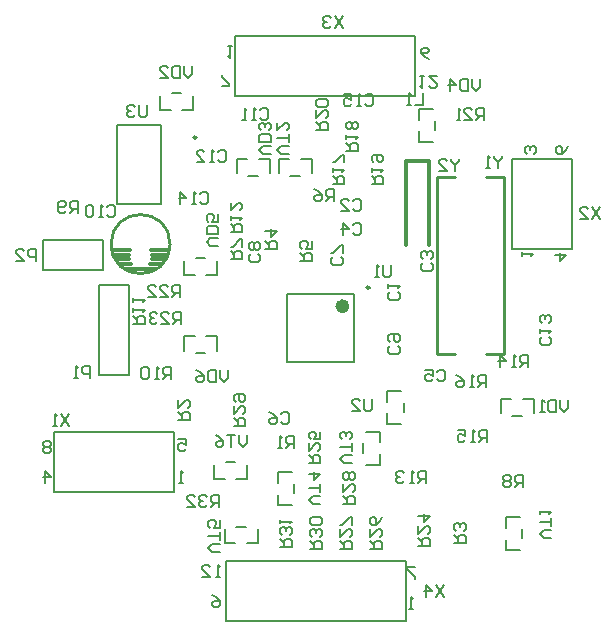
<source format=gbo>
%FSLAX42Y42*%
%MOMM*%
G71*
G01*
G75*
G04 Layer_Color=32896*
%ADD10C,0.25*%
%ADD11C,0.30*%
%ADD12C,0.40*%
%ADD13C,0.50*%
%ADD14C,0.70*%
%ADD15O,0.40X1.00*%
%ADD16O,1.90X1.50*%
%ADD17R,1.90X1.50*%
%ADD18C,1.90*%
%ADD19O,1.50X1.90*%
%ADD20R,1.50X1.90*%
%ADD21C,1.50*%
%ADD22R,1.50X1.50*%
%ADD23R,1.90X1.90*%
%ADD24R,1.90X1.90*%
%ADD25C,4.50*%
%ADD26C,0.90*%
%ADD27R,2.00X5.50*%
%ADD28R,0.60X0.75*%
%ADD29R,0.75X0.60*%
%ADD30R,1.75X1.05*%
%ADD31R,1.75X1.05*%
%ADD32R,1.75X3.40*%
%ADD33O,0.25X1.55*%
%ADD34O,1.55X0.25*%
%ADD35R,1.10X1.00*%
%ADD36R,1.00X1.10*%
%ADD37R,1.50X1.30*%
%ADD38C,1.00*%
%ADD39C,1.30*%
%ADD40C,1.00*%
%ADD41O,0.60X1.20*%
%ADD42O,2.10X1.70*%
%ADD43R,2.10X1.70*%
%ADD44C,2.10*%
%ADD45O,1.70X2.10*%
%ADD46R,1.70X2.10*%
%ADD47C,1.70*%
%ADD48R,1.70X1.70*%
%ADD49R,2.10X2.10*%
%ADD50R,2.10X2.10*%
%ADD51C,4.70*%
%ADD52C,1.10*%
%ADD53R,2.20X5.70*%
%ADD54R,0.80X0.95*%
%ADD55R,0.95X0.80*%
%ADD56R,1.95X1.25*%
%ADD57R,1.95X1.25*%
%ADD58R,1.95X3.60*%
%ADD59O,0.45X1.75*%
%ADD60O,1.75X0.45*%
%ADD61R,1.30X1.20*%
%ADD62R,1.20X1.30*%
%ADD63R,1.70X1.50*%
%ADD64C,3.00*%
%ADD65C,0.25*%
%ADD66C,0.60*%
%ADD67C,0.20*%
D10*
X-1274Y711D02*
G03*
X-1274Y711I-250J0D01*
G01*
X990Y1283D02*
X1140D01*
X990Y-217D02*
Y1283D01*
Y-217D02*
X1140D01*
X1400Y1283D02*
X1550D01*
Y-217D02*
Y1283D01*
X1400Y-217D02*
X1550D01*
D11*
X915Y704D02*
Y1414D01*
X726D02*
X915D01*
X726Y704D02*
Y1414D01*
X-1764Y661D02*
X-1614D01*
X-1434D02*
X-1284D01*
X-1424Y621D02*
X-1304D01*
X-1424Y581D02*
X-1324D01*
X-1444Y541D02*
X-1354D01*
X-1754Y621D02*
X-1624D01*
X-1734Y581D02*
X-1624D01*
X-1704Y541D02*
X-1604D01*
X-1654Y501D02*
X-1394D01*
D65*
X-1052Y1614D02*
G03*
X-1052Y1614I-12J0D01*
G01*
X415Y342D02*
G03*
X415Y342I-12J0D01*
G01*
D66*
X215Y185D02*
G03*
X215Y185I-30J0D01*
G01*
D67*
X-797Y-2477D02*
Y-1969D01*
Y-2477D02*
X727D01*
Y-1969D01*
X-797D02*
X727D01*
X797Y1969D02*
Y2477D01*
X-727D02*
X797D01*
X-727Y1969D02*
Y2477D01*
Y1969D02*
X797D01*
X-622Y-1277D02*
Y-1156D01*
X-902Y-1277D02*
Y-1156D01*
Y-1277D02*
X-812D01*
X-712D02*
X-622D01*
X-802Y-1136D02*
X-722D01*
X-533Y-1823D02*
Y-1703D01*
X-813Y-1823D02*
Y-1703D01*
Y-1823D02*
X-723D01*
X-623D02*
X-533D01*
X-713Y-1683D02*
X-633D01*
X-362Y-1499D02*
X-242D01*
X-362Y-1219D02*
X-242D01*
X-362Y-1309D02*
Y-1219D01*
Y-1499D02*
Y-1409D01*
X-222Y-1399D02*
Y-1319D01*
X382Y-876D02*
X502D01*
X382Y-1156D02*
X502D01*
Y-1066D01*
Y-966D02*
Y-876D01*
X362Y-1056D02*
Y-976D01*
X-356Y1309D02*
Y1429D01*
X-76Y1309D02*
Y1429D01*
X-166D02*
X-76D01*
X-356D02*
X-266D01*
X-256Y1289D02*
X-176D01*
X1568Y-1880D02*
X1688D01*
X1568Y-1600D02*
X1688D01*
X1568Y-1690D02*
Y-1600D01*
Y-1880D02*
Y-1790D01*
X1708Y-1780D02*
Y-1700D01*
X-1056Y-210D02*
X-976D01*
X-1156Y-70D02*
X-1066D01*
X-966D02*
X-876D01*
Y-190D02*
Y-70D01*
X-1156Y-190D02*
Y-70D01*
X-1056Y591D02*
X-976D01*
X-966Y451D02*
X-876D01*
X-1156D02*
X-1066D01*
X-1156D02*
Y571D01*
X-876Y451D02*
Y571D01*
X972Y1675D02*
Y1755D01*
X832Y1574D02*
Y1665D01*
Y1765D02*
Y1855D01*
X952D01*
X832Y1574D02*
X952D01*
X-611Y1289D02*
X-532D01*
X-711Y1429D02*
X-622D01*
X-522D02*
X-432D01*
Y1309D02*
Y1429D01*
X-711Y1309D02*
Y1429D01*
X-1079Y1848D02*
Y1968D01*
X-1359Y1848D02*
Y1968D01*
Y1848D02*
X-1269D01*
X-1169D02*
X-1079D01*
X-1259Y1988D02*
X-1179D01*
X1524Y-723D02*
Y-603D01*
X1804Y-723D02*
Y-603D01*
X1714D02*
X1804D01*
X1524D02*
X1614D01*
X1624Y-743D02*
X1704D01*
X-1722Y1049D02*
Y1719D01*
Y1049D02*
X-1352D01*
Y1719D01*
X-1722D02*
X-1352D01*
X565Y-813D02*
X685D01*
X565Y-533D02*
X685D01*
X565Y-623D02*
Y-533D01*
Y-813D02*
Y-723D01*
X705Y-713D02*
Y-633D01*
X-285Y-285D02*
X285D01*
X-285Y285D02*
X285D01*
X-285Y-285D02*
Y285D01*
X285Y-285D02*
Y285D01*
X-2350Y749D02*
X-1842D01*
Y495D02*
Y749D01*
X-2350Y495D02*
X-1842D01*
X-2350D02*
Y749D01*
X-1880Y-394D02*
X-1626D01*
Y368D01*
X-1880D02*
X-1626D01*
X-1880Y-394D02*
Y368D01*
X-2261Y-1384D02*
X-1245D01*
Y-876D01*
X-2261D02*
X-1245D01*
X-2261Y-1384D02*
Y-876D01*
X1623Y673D02*
Y1435D01*
Y673D02*
X2131D01*
Y1435D01*
X1623D02*
X2131D01*
X1168Y1433D02*
Y1417D01*
X1135Y1383D01*
X1102Y1417D01*
Y1433D01*
X1135Y1383D02*
Y1334D01*
X1002D02*
X1068D01*
X1002Y1400D01*
Y1417D01*
X1018Y1433D01*
X1052D01*
X1068Y1417D01*
X1537Y1459D02*
Y1442D01*
X1503Y1409D01*
X1470Y1442D01*
Y1459D01*
X1503Y1409D02*
Y1359D01*
X1437D02*
X1403D01*
X1420D01*
Y1459D01*
X1437Y1442D01*
X1041Y-2173D02*
X975Y-2273D01*
Y-2173D02*
X1041Y-2273D01*
X891D02*
Y-2173D01*
X941Y-2223D01*
X875D01*
X190Y2640D02*
X124Y2540D01*
Y2640D02*
X190Y2540D01*
X91Y2623D02*
X74Y2640D01*
X41D01*
X24Y2623D01*
Y2607D01*
X41Y2590D01*
X57D01*
X41D01*
X24Y2573D01*
Y2557D01*
X41Y2540D01*
X74D01*
X91Y2557D01*
X-622Y-903D02*
Y-970D01*
X-656Y-1003D01*
X-689Y-970D01*
Y-903D01*
X-722D02*
X-789D01*
X-756D01*
Y-1003D01*
X-889Y-903D02*
X-856Y-920D01*
X-822Y-953D01*
Y-987D01*
X-839Y-1003D01*
X-872D01*
X-889Y-987D01*
Y-970D01*
X-872Y-953D01*
X-822D01*
X-853Y-1892D02*
X-919D01*
X-952Y-1859D01*
X-919Y-1826D01*
X-853D01*
Y-1792D02*
Y-1726D01*
Y-1759D01*
X-952D01*
X-853Y-1626D02*
Y-1692D01*
X-903D01*
X-886Y-1659D01*
Y-1642D01*
X-903Y-1626D01*
X-936D01*
X-952Y-1642D01*
Y-1676D01*
X-936Y-1692D01*
X-2Y-1486D02*
X-68D01*
X-102Y-1453D01*
X-68Y-1419D01*
X-2D01*
Y-1386D02*
Y-1319D01*
Y-1353D01*
X-102D01*
Y-1236D02*
X-2D01*
X-52Y-1286D01*
Y-1219D01*
X265Y-1143D02*
X198D01*
X165Y-1110D01*
X198Y-1076D01*
X265D01*
Y-1043D02*
Y-976D01*
Y-1010D01*
X165D01*
X248Y-943D02*
X265Y-926D01*
Y-893D01*
X248Y-876D01*
X232D01*
X215Y-893D01*
Y-910D01*
Y-893D01*
X198Y-876D01*
X182D01*
X165Y-893D01*
Y-926D01*
X182Y-943D01*
X-268Y1473D02*
X-335D01*
X-368Y1507D01*
X-335Y1540D01*
X-268D01*
Y1573D02*
Y1640D01*
Y1606D01*
X-368D01*
Y1740D02*
Y1673D01*
X-302Y1740D01*
X-285D01*
X-268Y1723D01*
Y1690D01*
X-285Y1673D01*
X1954Y-1778D02*
X1888D01*
X1854Y-1745D01*
X1888Y-1711D01*
X1954D01*
Y-1678D02*
Y-1611D01*
Y-1645D01*
X1854D01*
Y-1578D02*
Y-1545D01*
Y-1561D01*
X1954D01*
X1938Y-1578D01*
X-787Y-357D02*
Y-424D01*
X-821Y-457D01*
X-854Y-424D01*
Y-357D01*
X-887D02*
Y-457D01*
X-937D01*
X-954Y-441D01*
Y-374D01*
X-937Y-357D01*
X-887D01*
X-1054D02*
X-1021Y-374D01*
X-987Y-407D01*
Y-441D01*
X-1004Y-457D01*
X-1037D01*
X-1054Y-441D01*
Y-424D01*
X-1037Y-407D01*
X-987D01*
X-865Y699D02*
X-932D01*
X-965Y732D01*
X-932Y765D01*
X-865D01*
Y798D02*
X-965D01*
Y848D01*
X-949Y865D01*
X-882D01*
X-865Y848D01*
Y798D01*
Y965D02*
Y898D01*
X-915D01*
X-899Y932D01*
Y948D01*
X-915Y965D01*
X-949D01*
X-965Y948D01*
Y915D01*
X-949Y898D01*
X1346Y2107D02*
Y2040D01*
X1313Y2007D01*
X1280Y2040D01*
Y2107D01*
X1246D02*
Y2007D01*
X1196D01*
X1180Y2023D01*
Y2090D01*
X1196Y2107D01*
X1246D01*
X1096Y2007D02*
Y2107D01*
X1146Y2057D01*
X1080D01*
X-421Y1473D02*
X-487D01*
X-521Y1507D01*
X-487Y1540D01*
X-421D01*
Y1573D02*
X-521D01*
Y1623D01*
X-504Y1640D01*
X-437D01*
X-421Y1623D01*
Y1573D01*
X-437Y1673D02*
X-421Y1690D01*
Y1723D01*
X-437Y1740D01*
X-454D01*
X-471Y1723D01*
Y1706D01*
Y1723D01*
X-487Y1740D01*
X-504D01*
X-521Y1723D01*
Y1690D01*
X-504Y1673D01*
X-1092Y2221D02*
Y2154D01*
X-1126Y2121D01*
X-1159Y2154D01*
Y2221D01*
X-1192D02*
Y2121D01*
X-1242D01*
X-1259Y2138D01*
Y2204D01*
X-1242Y2221D01*
X-1192D01*
X-1359Y2121D02*
X-1292D01*
X-1359Y2188D01*
Y2204D01*
X-1342Y2221D01*
X-1309D01*
X-1292Y2204D01*
X2095Y-611D02*
Y-678D01*
X2062Y-711D01*
X2029Y-678D01*
Y-611D01*
X1996D02*
Y-711D01*
X1946D01*
X1929Y-695D01*
Y-628D01*
X1946Y-611D01*
X1996D01*
X1896Y-711D02*
X1862D01*
X1879D01*
Y-611D01*
X1896Y-628D01*
X-1473Y1891D02*
Y1807D01*
X-1490Y1791D01*
X-1523D01*
X-1540Y1807D01*
Y1891D01*
X-1573Y1874D02*
X-1590Y1891D01*
X-1623D01*
X-1640Y1874D01*
Y1857D01*
X-1623Y1841D01*
X-1606D01*
X-1623D01*
X-1640Y1824D01*
Y1807D01*
X-1623Y1791D01*
X-1590D01*
X-1573Y1807D01*
X432Y-599D02*
Y-682D01*
X415Y-699D01*
X382D01*
X365Y-682D01*
Y-599D01*
X265Y-699D02*
X332D01*
X265Y-632D01*
Y-615D01*
X282Y-599D01*
X315D01*
X332Y-615D01*
X597Y532D02*
Y448D01*
X580Y432D01*
X547D01*
X530Y448D01*
Y532D01*
X497Y432D02*
X464D01*
X480D01*
Y532D01*
X497Y515D01*
X-864Y-1511D02*
Y-1411D01*
X-914D01*
X-930Y-1428D01*
Y-1461D01*
X-914Y-1478D01*
X-864D01*
X-897D02*
X-930Y-1511D01*
X-964Y-1428D02*
X-980Y-1411D01*
X-1014D01*
X-1030Y-1428D01*
Y-1445D01*
X-1014Y-1461D01*
X-997D01*
X-1014D01*
X-1030Y-1478D01*
Y-1495D01*
X-1014Y-1511D01*
X-980D01*
X-964Y-1495D01*
X-1130Y-1511D02*
X-1064D01*
X-1130Y-1445D01*
Y-1428D01*
X-1114Y-1411D01*
X-1080D01*
X-1064Y-1428D01*
X-343Y-1854D02*
X-243D01*
Y-1804D01*
X-260Y-1788D01*
X-293D01*
X-310Y-1804D01*
Y-1854D01*
Y-1821D02*
X-343Y-1788D01*
X-260Y-1754D02*
X-243Y-1738D01*
Y-1704D01*
X-260Y-1688D01*
X-276D01*
X-293Y-1704D01*
Y-1721D01*
Y-1704D01*
X-310Y-1688D01*
X-326D01*
X-343Y-1704D01*
Y-1738D01*
X-326Y-1754D01*
X-343Y-1654D02*
Y-1621D01*
Y-1638D01*
X-243D01*
X-260Y-1654D01*
X-89Y-1867D02*
X11D01*
Y-1817D01*
X-6Y-1800D01*
X-39D01*
X-56Y-1817D01*
Y-1867D01*
Y-1834D02*
X-89Y-1800D01*
X-6Y-1767D02*
X11Y-1750D01*
Y-1717D01*
X-6Y-1700D01*
X-22D01*
X-39Y-1717D01*
Y-1734D01*
Y-1717D01*
X-56Y-1700D01*
X-72D01*
X-89Y-1717D01*
Y-1750D01*
X-72Y-1767D01*
X-6Y-1667D02*
X11Y-1650D01*
Y-1617D01*
X-6Y-1600D01*
X-72D01*
X-89Y-1617D01*
Y-1650D01*
X-72Y-1667D01*
X-6D01*
X-737Y-826D02*
X-637D01*
Y-776D01*
X-653Y-759D01*
X-687D01*
X-703Y-776D01*
Y-826D01*
Y-792D02*
X-737Y-759D01*
Y-659D02*
Y-726D01*
X-670Y-659D01*
X-653D01*
X-637Y-676D01*
Y-709D01*
X-653Y-726D01*
X-720Y-626D02*
X-737Y-609D01*
Y-576D01*
X-720Y-559D01*
X-653D01*
X-637Y-576D01*
Y-609D01*
X-653Y-626D01*
X-670D01*
X-687Y-609D01*
Y-559D01*
X190Y-1486D02*
X290D01*
Y-1436D01*
X274Y-1419D01*
X240D01*
X224Y-1436D01*
Y-1486D01*
Y-1453D02*
X190Y-1419D01*
Y-1319D02*
Y-1386D01*
X257Y-1319D01*
X274D01*
X290Y-1336D01*
Y-1369D01*
X274Y-1386D01*
Y-1286D02*
X290Y-1269D01*
Y-1236D01*
X274Y-1219D01*
X257D01*
X240Y-1236D01*
X224Y-1219D01*
X207D01*
X190Y-1236D01*
Y-1269D01*
X207Y-1286D01*
X224D01*
X240Y-1269D01*
X257Y-1286D01*
X274D01*
X240Y-1269D02*
Y-1236D01*
X165Y-1867D02*
X265D01*
Y-1817D01*
X248Y-1800D01*
X215D01*
X198Y-1817D01*
Y-1867D01*
Y-1834D02*
X165Y-1800D01*
Y-1700D02*
Y-1767D01*
X232Y-1700D01*
X248D01*
X265Y-1717D01*
Y-1750D01*
X248Y-1767D01*
X265Y-1667D02*
Y-1600D01*
X248D01*
X182Y-1667D01*
X165D01*
X419Y-1867D02*
X519D01*
Y-1817D01*
X502Y-1800D01*
X469D01*
X452Y-1817D01*
Y-1867D01*
Y-1834D02*
X419Y-1800D01*
Y-1700D02*
Y-1767D01*
X486Y-1700D01*
X502D01*
X519Y-1717D01*
Y-1750D01*
X502Y-1767D01*
X519Y-1600D02*
X502Y-1634D01*
X469Y-1667D01*
X436D01*
X419Y-1650D01*
Y-1617D01*
X436Y-1600D01*
X452D01*
X469Y-1617D01*
Y-1667D01*
X-102Y-1143D02*
X-2D01*
Y-1093D01*
X-18Y-1076D01*
X-52D01*
X-68Y-1093D01*
Y-1143D01*
Y-1110D02*
X-102Y-1076D01*
Y-976D02*
Y-1043D01*
X-35Y-976D01*
X-18D01*
X-2Y-993D01*
Y-1026D01*
X-18Y-1043D01*
X-2Y-876D02*
Y-943D01*
X-52D01*
X-35Y-910D01*
Y-893D01*
X-52Y-876D01*
X-85D01*
X-102Y-893D01*
Y-926D01*
X-85Y-943D01*
X826Y-1842D02*
X925D01*
Y-1792D01*
X909Y-1775D01*
X875D01*
X859Y-1792D01*
Y-1842D01*
Y-1808D02*
X826Y-1775D01*
Y-1675D02*
Y-1742D01*
X892Y-1675D01*
X909D01*
X925Y-1692D01*
Y-1725D01*
X909Y-1742D01*
X826Y-1592D02*
X925D01*
X875Y-1642D01*
Y-1575D01*
X-1181Y38D02*
Y138D01*
X-1231D01*
X-1248Y121D01*
Y88D01*
X-1231Y71D01*
X-1181D01*
X-1214D02*
X-1248Y38D01*
X-1348D02*
X-1281D01*
X-1348Y105D01*
Y121D01*
X-1331Y138D01*
X-1298D01*
X-1281Y121D01*
X-1381D02*
X-1398Y138D01*
X-1431D01*
X-1448Y121D01*
Y105D01*
X-1431Y88D01*
X-1414D01*
X-1431D01*
X-1448Y71D01*
Y55D01*
X-1431Y38D01*
X-1398D01*
X-1381Y55D01*
X-1194Y267D02*
Y367D01*
X-1244D01*
X-1260Y350D01*
Y317D01*
X-1244Y300D01*
X-1194D01*
X-1227D02*
X-1260Y267D01*
X-1360D02*
X-1294D01*
X-1360Y333D01*
Y350D01*
X-1344Y367D01*
X-1310D01*
X-1294Y350D01*
X-1460Y267D02*
X-1394D01*
X-1460Y333D01*
Y350D01*
X-1444Y367D01*
X-1410D01*
X-1394Y350D01*
X1384Y1765D02*
Y1865D01*
X1334D01*
X1318Y1849D01*
Y1815D01*
X1334Y1799D01*
X1384D01*
X1351D02*
X1318Y1765D01*
X1218D02*
X1284D01*
X1218Y1832D01*
Y1849D01*
X1234Y1865D01*
X1268D01*
X1284Y1849D01*
X1184Y1765D02*
X1151D01*
X1168D01*
Y1865D01*
X1184Y1849D01*
X-38Y1676D02*
X62D01*
Y1726D01*
X45Y1743D01*
X12D01*
X-5Y1726D01*
Y1676D01*
Y1710D02*
X-38Y1743D01*
Y1843D02*
Y1776D01*
X29Y1843D01*
X45D01*
X62Y1826D01*
Y1793D01*
X45Y1776D01*
Y1876D02*
X62Y1893D01*
Y1926D01*
X45Y1943D01*
X-21D01*
X-38Y1926D01*
Y1893D01*
X-21Y1876D01*
X45D01*
X432Y1219D02*
X532D01*
Y1269D01*
X515Y1286D01*
X482D01*
X465Y1269D01*
Y1219D01*
Y1253D02*
X432Y1286D01*
Y1319D02*
Y1352D01*
Y1336D01*
X532D01*
X515Y1319D01*
X448Y1402D02*
X432Y1419D01*
Y1452D01*
X448Y1469D01*
X515D01*
X532Y1452D01*
Y1419D01*
X515Y1402D01*
X498D01*
X482Y1419D01*
Y1469D01*
X216Y1499D02*
X316D01*
Y1549D01*
X299Y1565D01*
X266D01*
X249Y1549D01*
Y1499D01*
Y1532D02*
X216Y1565D01*
Y1599D02*
Y1632D01*
Y1615D01*
X316D01*
X299Y1599D01*
Y1682D02*
X316Y1699D01*
Y1732D01*
X299Y1749D01*
X283D01*
X266Y1732D01*
X249Y1749D01*
X233D01*
X216Y1732D01*
Y1699D01*
X233Y1682D01*
X249D01*
X266Y1699D01*
X283Y1682D01*
X299D01*
X266Y1699D02*
Y1732D01*
X102Y1219D02*
X202D01*
Y1269D01*
X185Y1286D01*
X152D01*
X135Y1269D01*
Y1219D01*
Y1253D02*
X102Y1286D01*
Y1319D02*
Y1352D01*
Y1336D01*
X202D01*
X185Y1319D01*
X202Y1402D02*
Y1469D01*
X185D01*
X118Y1402D01*
X102D01*
X1397Y-495D02*
Y-395D01*
X1347D01*
X1330Y-412D01*
Y-445D01*
X1347Y-462D01*
X1397D01*
X1364D02*
X1330Y-495D01*
X1297D02*
X1264D01*
X1280D01*
Y-395D01*
X1297Y-412D01*
X1147Y-395D02*
X1180Y-412D01*
X1214Y-445D01*
Y-479D01*
X1197Y-495D01*
X1164D01*
X1147Y-479D01*
Y-462D01*
X1164Y-445D01*
X1214D01*
X1410Y-965D02*
Y-865D01*
X1360D01*
X1343Y-882D01*
Y-915D01*
X1360Y-932D01*
X1410D01*
X1376D02*
X1343Y-965D01*
X1310D02*
X1276D01*
X1293D01*
Y-865D01*
X1310Y-882D01*
X1160Y-865D02*
X1226D01*
Y-915D01*
X1193Y-899D01*
X1176D01*
X1160Y-915D01*
Y-949D01*
X1176Y-965D01*
X1210D01*
X1226Y-949D01*
X1753Y-330D02*
Y-230D01*
X1703D01*
X1686Y-247D01*
Y-280D01*
X1703Y-297D01*
X1753D01*
X1719D02*
X1686Y-330D01*
X1653D02*
X1619D01*
X1636D01*
Y-230D01*
X1653Y-247D01*
X1519Y-330D02*
Y-230D01*
X1569Y-280D01*
X1503D01*
X889Y-1308D02*
Y-1208D01*
X839D01*
X822Y-1225D01*
Y-1258D01*
X839Y-1275D01*
X889D01*
X856D02*
X822Y-1308D01*
X789D02*
X756D01*
X772D01*
Y-1208D01*
X789Y-1225D01*
X706D02*
X689Y-1208D01*
X656D01*
X639Y-1225D01*
Y-1241D01*
X656Y-1258D01*
X672D01*
X656D01*
X639Y-1275D01*
Y-1291D01*
X656Y-1308D01*
X689D01*
X706Y-1291D01*
X-762Y813D02*
X-662D01*
Y863D01*
X-679Y879D01*
X-712D01*
X-729Y863D01*
Y813D01*
Y846D02*
X-762Y879D01*
Y913D02*
Y946D01*
Y929D01*
X-662D01*
X-679Y913D01*
X-762Y1063D02*
Y996D01*
X-695Y1063D01*
X-679D01*
X-662Y1046D01*
Y1013D01*
X-679Y996D01*
X-1588Y38D02*
X-1488D01*
Y88D01*
X-1504Y105D01*
X-1538D01*
X-1554Y88D01*
Y38D01*
Y71D02*
X-1588Y105D01*
Y138D02*
Y171D01*
Y155D01*
X-1488D01*
X-1504Y138D01*
X-1588Y221D02*
Y255D01*
Y238D01*
X-1488D01*
X-1504Y221D01*
X-1270Y-432D02*
Y-332D01*
X-1320D01*
X-1337Y-348D01*
Y-382D01*
X-1320Y-398D01*
X-1270D01*
X-1303D02*
X-1337Y-432D01*
X-1370D02*
X-1403D01*
X-1387D01*
Y-332D01*
X-1370Y-348D01*
X-1453D02*
X-1470Y-332D01*
X-1503D01*
X-1520Y-348D01*
Y-415D01*
X-1503Y-432D01*
X-1470D01*
X-1453Y-415D01*
Y-348D01*
X-2057Y978D02*
Y1078D01*
X-2107D01*
X-2124Y1061D01*
Y1028D01*
X-2107Y1011D01*
X-2057D01*
X-2091D02*
X-2124Y978D01*
X-2157Y995D02*
X-2174Y978D01*
X-2207D01*
X-2224Y995D01*
Y1061D01*
X-2207Y1078D01*
X-2174D01*
X-2157Y1061D01*
Y1045D01*
X-2174Y1028D01*
X-2224D01*
X1715Y-1346D02*
Y-1246D01*
X1665D01*
X1648Y-1263D01*
Y-1296D01*
X1665Y-1313D01*
X1715D01*
X1681D02*
X1648Y-1346D01*
X1615Y-1263D02*
X1598Y-1246D01*
X1565D01*
X1548Y-1263D01*
Y-1280D01*
X1565Y-1296D01*
X1548Y-1313D01*
Y-1330D01*
X1565Y-1346D01*
X1598D01*
X1615Y-1330D01*
Y-1313D01*
X1598Y-1296D01*
X1615Y-1280D01*
Y-1263D01*
X1598Y-1296D02*
X1565D01*
X-762Y584D02*
X-662D01*
Y634D01*
X-679Y651D01*
X-712D01*
X-729Y634D01*
Y584D01*
Y618D02*
X-762Y651D01*
X-662Y684D02*
Y751D01*
X-679D01*
X-745Y684D01*
X-762D01*
X114Y1080D02*
Y1179D01*
X64D01*
X48Y1163D01*
Y1129D01*
X64Y1113D01*
X114D01*
X81D02*
X48Y1080D01*
X-52Y1179D02*
X-19Y1163D01*
X14Y1129D01*
Y1096D01*
X-2Y1080D01*
X-36D01*
X-52Y1096D01*
Y1113D01*
X-36Y1129D01*
X14D01*
X-175Y572D02*
X-75D01*
Y621D01*
X-92Y638D01*
X-125D01*
X-142Y621D01*
Y572D01*
Y605D02*
X-175Y638D01*
X-75Y738D02*
Y671D01*
X-125D01*
X-108Y705D01*
Y721D01*
X-125Y738D01*
X-158D01*
X-175Y721D01*
Y688D01*
X-158Y671D01*
X-470Y673D02*
X-370D01*
Y723D01*
X-387Y740D01*
X-420D01*
X-437Y723D01*
Y673D01*
Y706D02*
X-470Y740D01*
Y823D02*
X-370D01*
X-420Y773D01*
Y840D01*
X1130Y-1816D02*
X1230D01*
Y-1766D01*
X1214Y-1749D01*
X1180D01*
X1164Y-1766D01*
Y-1816D01*
Y-1783D02*
X1130Y-1749D01*
X1214Y-1716D02*
X1230Y-1699D01*
Y-1666D01*
X1214Y-1649D01*
X1197D01*
X1180Y-1666D01*
Y-1683D01*
Y-1666D01*
X1164Y-1649D01*
X1147D01*
X1130Y-1666D01*
Y-1699D01*
X1147Y-1716D01*
X-1206Y-775D02*
X-1107D01*
Y-725D01*
X-1123Y-708D01*
X-1157D01*
X-1173Y-725D01*
Y-775D01*
Y-741D02*
X-1206Y-708D01*
Y-608D02*
Y-675D01*
X-1140Y-608D01*
X-1123D01*
X-1107Y-625D01*
Y-658D01*
X-1123Y-675D01*
X-229Y-1016D02*
Y-916D01*
X-279D01*
X-295Y-933D01*
Y-966D01*
X-279Y-983D01*
X-229D01*
X-262D02*
X-295Y-1016D01*
X-329D02*
X-362D01*
X-345D01*
Y-916D01*
X-329Y-933D01*
X-2413Y572D02*
Y671D01*
X-2463D01*
X-2480Y655D01*
Y621D01*
X-2463Y605D01*
X-2413D01*
X-2580Y572D02*
X-2513D01*
X-2580Y638D01*
Y655D01*
X-2563Y671D01*
X-2530D01*
X-2513Y655D01*
X-1956Y-419D02*
Y-319D01*
X-2006D01*
X-2022Y-336D01*
Y-369D01*
X-2006Y-386D01*
X-1956D01*
X-2056Y-419D02*
X-2089D01*
X-2072D01*
Y-319D01*
X-2056Y-336D01*
X864Y1992D02*
Y1892D01*
X797D01*
X764D02*
X730D01*
X747D01*
Y1992D01*
X764Y1976D01*
X378Y1963D02*
X395Y1980D01*
X428D01*
X445Y1963D01*
Y1896D01*
X428Y1880D01*
X395D01*
X378Y1896D01*
X345Y1880D02*
X311D01*
X328D01*
Y1980D01*
X345Y1963D01*
X195Y1980D02*
X261D01*
Y1930D01*
X228Y1946D01*
X211D01*
X195Y1930D01*
Y1896D01*
X211Y1880D01*
X245D01*
X261Y1896D01*
X-1019Y1137D02*
X-1002Y1154D01*
X-969D01*
X-952Y1137D01*
Y1071D01*
X-969Y1054D01*
X-1002D01*
X-1019Y1071D01*
X-1052Y1054D02*
X-1086D01*
X-1069D01*
Y1154D01*
X-1052Y1137D01*
X-1186Y1054D02*
Y1154D01*
X-1136Y1104D01*
X-1202D01*
X1938Y-73D02*
X1954Y-90D01*
Y-123D01*
X1938Y-140D01*
X1871D01*
X1854Y-123D01*
Y-90D01*
X1871Y-73D01*
X1854Y-40D02*
Y-6D01*
Y-23D01*
X1954D01*
X1938Y-40D01*
Y44D02*
X1954Y60D01*
Y94D01*
X1938Y110D01*
X1921D01*
X1904Y94D01*
Y77D01*
Y94D01*
X1888Y110D01*
X1871D01*
X1854Y94D01*
Y60D01*
X1871Y44D01*
X-867Y1493D02*
X-850Y1510D01*
X-817D01*
X-800Y1493D01*
Y1426D01*
X-817Y1410D01*
X-850D01*
X-867Y1426D01*
X-900Y1410D02*
X-933D01*
X-917D01*
Y1510D01*
X-900Y1493D01*
X-1050Y1410D02*
X-983D01*
X-1050Y1476D01*
Y1493D01*
X-1033Y1510D01*
X-1000D01*
X-983Y1493D01*
X-511Y1849D02*
X-494Y1865D01*
X-461D01*
X-445Y1849D01*
Y1782D01*
X-461Y1765D01*
X-494D01*
X-511Y1782D01*
X-544Y1765D02*
X-578D01*
X-561D01*
Y1865D01*
X-544Y1849D01*
X-628Y1765D02*
X-661D01*
X-644D01*
Y1865D01*
X-628Y1849D01*
X-1807Y1023D02*
X-1790Y1040D01*
X-1757D01*
X-1740Y1023D01*
Y956D01*
X-1757Y940D01*
X-1790D01*
X-1807Y956D01*
X-1840Y940D02*
X-1873D01*
X-1857D01*
Y1040D01*
X-1840Y1023D01*
X-1923D02*
X-1940Y1040D01*
X-1973D01*
X-1990Y1023D01*
Y956D01*
X-1973Y940D01*
X-1940D01*
X-1923Y956D01*
Y1023D01*
X655Y-149D02*
X671Y-166D01*
Y-199D01*
X655Y-216D01*
X588D01*
X572Y-199D01*
Y-166D01*
X588Y-149D01*
Y-116D02*
X572Y-99D01*
Y-66D01*
X588Y-49D01*
X655D01*
X671Y-66D01*
Y-99D01*
X655Y-116D01*
X638D01*
X621Y-99D01*
Y-49D01*
X-526Y625D02*
X-510Y609D01*
Y575D01*
X-526Y559D01*
X-593D01*
X-610Y575D01*
Y609D01*
X-593Y625D01*
X-526Y659D02*
X-510Y675D01*
Y709D01*
X-526Y725D01*
X-543D01*
X-560Y709D01*
X-576Y725D01*
X-593D01*
X-610Y709D01*
Y675D01*
X-593Y659D01*
X-576D01*
X-560Y675D01*
X-543Y659D01*
X-526D01*
X-560Y675D02*
Y709D01*
X172Y600D02*
X189Y583D01*
Y550D01*
X172Y533D01*
X106D01*
X89Y550D01*
Y583D01*
X106Y600D01*
X189Y633D02*
Y700D01*
X172D01*
X106Y633D01*
X89D01*
X-333Y-729D02*
X-317Y-713D01*
X-283D01*
X-267Y-729D01*
Y-796D01*
X-283Y-813D01*
X-317D01*
X-333Y-796D01*
X-433Y-713D02*
X-400Y-729D01*
X-367Y-763D01*
Y-796D01*
X-383Y-813D01*
X-417D01*
X-433Y-796D01*
Y-779D01*
X-417Y-763D01*
X-367D01*
X987Y-369D02*
X1004Y-352D01*
X1037D01*
X1054Y-369D01*
Y-435D01*
X1037Y-452D01*
X1004D01*
X987Y-435D01*
X887Y-352D02*
X954D01*
Y-402D01*
X921Y-385D01*
X904D01*
X887Y-402D01*
Y-435D01*
X904Y-452D01*
X937D01*
X954Y-435D01*
X276Y871D02*
X293Y887D01*
X326D01*
X343Y871D01*
Y804D01*
X326Y787D01*
X293D01*
X276Y804D01*
X193Y787D02*
Y887D01*
X243Y837D01*
X176D01*
X934Y549D02*
X951Y533D01*
Y499D01*
X934Y483D01*
X868D01*
X851Y499D01*
Y533D01*
X868Y549D01*
X934Y583D02*
X951Y599D01*
Y633D01*
X934Y649D01*
X918D01*
X901Y633D01*
Y616D01*
Y633D01*
X884Y649D01*
X868D01*
X851Y633D01*
Y599D01*
X868Y583D01*
X276Y1074D02*
X293Y1091D01*
X326D01*
X343Y1074D01*
Y1007D01*
X326Y991D01*
X293D01*
X276Y1007D01*
X176Y991D02*
X243D01*
X176Y1057D01*
Y1074D01*
X193Y1091D01*
X226D01*
X243Y1074D01*
X655Y308D02*
X671Y291D01*
Y258D01*
X655Y241D01*
X588D01*
X572Y258D01*
Y291D01*
X588Y308D01*
X572Y341D02*
Y375D01*
Y358D01*
X671D01*
X655Y341D01*
X-2134Y-726D02*
X-2200Y-826D01*
Y-726D02*
X-2134Y-826D01*
X-2234D02*
X-2267D01*
X-2250D01*
Y-726D01*
X-2234Y-742D01*
X2362Y1027D02*
X2296Y927D01*
Y1027D02*
X2362Y927D01*
X2196D02*
X2262D01*
X2196Y994D01*
Y1010D01*
X2212Y1027D01*
X2246D01*
X2262Y1010D01*
X-851Y-2108D02*
X-884D01*
X-868D01*
Y-2008D01*
X-851Y-2025D01*
X-1001Y-2108D02*
X-934D01*
X-1001Y-2042D01*
Y-2025D01*
X-984Y-2008D01*
X-951D01*
X-934Y-2025D01*
X-918Y-2262D02*
X-884Y-2279D01*
X-851Y-2312D01*
Y-2346D01*
X-868Y-2362D01*
X-901D01*
X-918Y-2346D01*
Y-2329D01*
X-901Y-2312D01*
X-851D01*
X785Y-2375D02*
X751D01*
X768D01*
Y-2275D01*
X785Y-2292D01*
X800Y-2021D02*
X733D01*
Y-2038D01*
X800Y-2104D01*
Y-2121D01*
X838Y2134D02*
X872D01*
X855D01*
Y2034D01*
X838Y2050D01*
X988Y2134D02*
X922D01*
X988Y2067D01*
Y2050D01*
X971Y2034D01*
X938D01*
X922Y2050D01*
X918Y2275D02*
X884Y2292D01*
X851Y2325D01*
Y2358D01*
X868Y2375D01*
X901D01*
X918Y2358D01*
Y2342D01*
X901Y2325D01*
X851D01*
X-787Y2388D02*
X-754D01*
X-771D01*
Y2288D01*
X-787Y2304D01*
X-838Y2046D02*
X-772D01*
Y2063D01*
X-838Y2130D01*
Y2146D01*
X-1210Y-941D02*
X-1143D01*
Y-991D01*
X-1176Y-975D01*
X-1193D01*
X-1210Y-991D01*
Y-1025D01*
X-1193Y-1041D01*
X-1160D01*
X-1143Y-1025D01*
X-1168Y-1308D02*
X-1202D01*
X-1185D01*
Y-1208D01*
X-1168Y-1225D01*
X-2336Y-1308D02*
Y-1208D01*
X-2286Y-1258D01*
X-2353D01*
X-2286Y-971D02*
X-2303Y-954D01*
X-2336D01*
X-2353Y-971D01*
Y-987D01*
X-2336Y-1004D01*
X-2353Y-1021D01*
Y-1037D01*
X-2336Y-1054D01*
X-2303D01*
X-2286Y-1037D01*
Y-1021D01*
X-2303Y-1004D01*
X-2286Y-987D01*
Y-971D01*
X-2303Y-1004D02*
X-2336D01*
X2094Y1540D02*
X2077Y1506D01*
X2044Y1473D01*
X2011D01*
X1994Y1490D01*
Y1523D01*
X2011Y1540D01*
X2027D01*
X2044Y1523D01*
Y1473D01*
X1811D02*
X1827Y1490D01*
Y1523D01*
X1811Y1540D01*
X1794D01*
X1777Y1523D01*
Y1506D01*
Y1523D01*
X1761Y1540D01*
X1744D01*
X1727Y1523D01*
Y1490D01*
X1744Y1473D01*
X1702Y609D02*
Y643D01*
Y626D01*
X1802D01*
X1785Y609D01*
X1981Y621D02*
X2081D01*
X2031Y572D01*
Y638D01*
M02*

</source>
